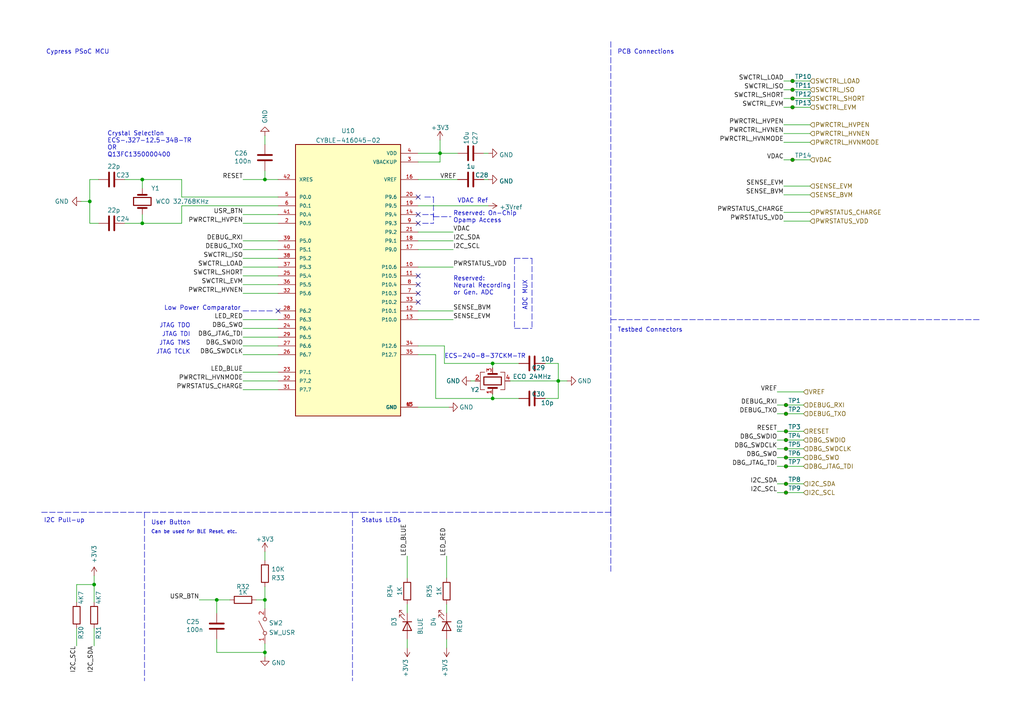
<source format=kicad_sch>
(kicad_sch (version 20211123) (generator eeschema)
  (paper "A4")
  (lib_symbols
    (symbol "CYBLE-416045-02:CYBLE-416045-02" (pin_names (offset 1.016))
      (property "Reference" "U" (at -14.6304 38.735 0))
      (property "Value" "CYBLE-416045-02" (at -15.367 -43.307 0))
      (symbol "CYBLE-416045-02_0_0"
        (rectangle (start -15.24 -40.64) (end 15.24 38.1) (stroke (width 0.254)) (fill (type background)))
        (pin power_in line (at 20.32 -38.1 180) (length 5.08) (name "GND") (number "1"))
        (pin bidirectional line (at 20.32 2.54 180) (length 5.08) (name "P10.6") (number "10"))
        (pin bidirectional line (at 20.32 0 180) (length 5.08) (name "P10.5") (number "11"))
        (pin bidirectional line (at 20.32 -10.16 180) (length 5.08) (name "P10.1") (number "12"))
        (pin bidirectional line (at 20.32 -12.7 180) (length 5.08) (name "P10.0") (number "13"))
        (pin bidirectional line (at 20.32 17.78 180) (length 5.08) (name "P9.4") (number "14"))
        (pin power_in line (at 20.32 -38.1 180) (length 5.08) (name "GND") (number "15"))
        (pin bidirectional line (at 20.32 27.94 180) (length 5.08) (name "VREF") (number "16"))
        (pin bidirectional line (at 20.32 7.62 180) (length 5.08) (name "P9.0") (number "17"))
        (pin bidirectional line (at 20.32 10.16 180) (length 5.08) (name "P9.1") (number "18"))
        (pin bidirectional line (at 20.32 20.32 180) (length 5.08) (name "P9.5") (number "19"))
        (pin bidirectional line (at -20.32 15.24 0) (length 5.08) (name "P0.5") (number "2"))
        (pin bidirectional line (at 20.32 22.86 180) (length 5.08) (name "P9.6") (number "20"))
        (pin bidirectional line (at 20.32 12.7 180) (length 5.08) (name "P9.2") (number "21"))
        (pin bidirectional line (at -20.32 -30.48 0) (length 5.08) (name "P7.2") (number "22"))
        (pin bidirectional line (at -20.32 -27.94 0) (length 5.08) (name "P7.1") (number "23"))
        (pin bidirectional line (at -20.32 -15.24 0) (length 5.08) (name "P6.4") (number "24"))
        (pin bidirectional line (at -20.32 0 0) (length 5.08) (name "P5.4") (number "25"))
        (pin bidirectional line (at -20.32 -22.86 0) (length 5.08) (name "P6.7") (number "26"))
        (pin bidirectional line (at -20.32 -20.32 0) (length 5.08) (name "P6.6") (number "27"))
        (pin bidirectional line (at -20.32 -10.16 0) (length 5.08) (name "P6.2") (number "28"))
        (pin bidirectional line (at -20.32 -17.78 0) (length 5.08) (name "P6.5") (number "29"))
        (pin power_in line (at 20.32 33.02 180) (length 5.08) (name "VBACKUP") (number "3"))
        (pin bidirectional line (at -20.32 -12.7 0) (length 5.08) (name "P6.3") (number "30"))
        (pin bidirectional line (at -20.32 -33.02 0) (length 5.08) (name "P7.7") (number "31"))
        (pin bidirectional line (at -20.32 -5.08 0) (length 5.08) (name "P5.6") (number "32"))
        (pin bidirectional line (at 20.32 -7.62 180) (length 5.08) (name "P10.2") (number "33"))
        (pin bidirectional line (at 20.32 -20.32 180) (length 5.08) (name "P12.6") (number "34"))
        (pin bidirectional line (at 20.32 -22.86 180) (length 5.08) (name "P12.7") (number "35"))
        (pin bidirectional line (at -20.32 -2.54 0) (length 5.08) (name "P5.5") (number "36"))
        (pin bidirectional line (at -20.32 2.54 0) (length 5.08) (name "P5.3") (number "37"))
        (pin bidirectional line (at -20.32 5.08 0) (length 5.08) (name "P5.2") (number "38"))
        (pin bidirectional line (at -20.32 10.16 0) (length 5.08) (name "P5.0") (number "39"))
        (pin power_in line (at 20.32 35.56 180) (length 5.08) (name "VDD") (number "4"))
        (pin bidirectional line (at -20.32 7.62 0) (length 5.08) (name "P5.1") (number "40"))
        (pin bidirectional line (at -20.32 17.78 0) (length 5.08) (name "P0.4") (number "41"))
        (pin input line (at -20.32 27.94 0) (length 5.08) (name "XRES") (number "42"))
        (pin power_in line (at 20.32 -38.1 180) (length 5.08) (name "GND") (number "43"))
        (pin bidirectional line (at -20.32 22.86 0) (length 5.08) (name "P0.0") (number "5"))
        (pin bidirectional line (at -20.32 20.32 0) (length 5.08) (name "P0.1") (number "6"))
        (pin bidirectional line (at 20.32 -5.08 180) (length 5.08) (name "P10.3") (number "7"))
        (pin bidirectional line (at 20.32 -2.54 180) (length 5.08) (name "P10.4") (number "8"))
        (pin bidirectional line (at 20.32 15.24 180) (length 5.08) (name "P9.3") (number "9"))
      )
    )
    (symbol "Connector:TestPoint_Small" (pin_numbers hide) (pin_names (offset 0.762) hide)
      (property "Reference" "TP" (at 0 3.81 0))
      (property "Value" "TestPoint_Small" (at 0 2.032 0))
      (symbol "TestPoint_Small_0_1"
        (circle (center 0 0) (radius 0.508))
      )
      (symbol "TestPoint_Small_1_1"
        (pin passive line (at 0 0 90) (length 0) (name "1") (number "1"))
      )
    )
    (symbol "Custom_Symbols:+3Vref" (power) (pin_names (offset 0))
      (property "Value" "+3Vref" (at 3.2512 -0.381 90))
      (symbol "+3Vref_0_1"
        (polyline (pts (xy -0.762 1.27) (xy 0 2.54)))
        (polyline (pts (xy 0 0) (xy 0 2.54)))
        (polyline (pts (xy 0 2.54) (xy 0.762 1.27)))
      )
      (symbol "+3Vref_1_1"
        (pin power_in line (at 0 0 90) (length 0) hide (name "+3Vref") (number "1"))
      )
    )
    (symbol "Device:C" (pin_numbers hide) (pin_names (offset 0.254))
      (property "Reference" "C" (at 0.635 2.54 0))
      (property "Value" "C" (at 0.635 -2.54 0))
      (symbol "C_0_1"
        (polyline (pts (xy -2.032 -0.762) (xy 2.032 -0.762)) (stroke (width 0.508)))
        (polyline (pts (xy -2.032 0.762) (xy 2.032 0.762)) (stroke (width 0.508)))
      )
      (symbol "C_1_1"
        (pin passive line (at 0 3.81 270) (length 2.794) (name "~") (number "1"))
        (pin passive line (at 0 -3.81 90) (length 2.794) (name "~") (number "2"))
      )
    )
    (symbol "Device:Crystal" (pin_numbers hide) (pin_names (offset 1.016) hide)
      (property "Reference" "Y" (at 0 3.81 0))
      (property "Value" "Crystal" (at 0 -3.81 0))
      (symbol "Crystal_0_1"
        (rectangle (start -1.143 2.54) (end 1.143 -2.54) (stroke (width 0.3048)))
        (polyline (pts (xy -2.54 0) (xy -1.905 0)))
        (polyline (pts (xy -1.905 -1.27) (xy -1.905 1.27)) (stroke (width 0.508)))
        (polyline (pts (xy 1.905 -1.27) (xy 1.905 1.27)) (stroke (width 0.508)))
        (polyline (pts (xy 2.54 0) (xy 1.905 0)))
      )
      (symbol "Crystal_1_1"
        (pin passive line (at -3.81 0 0) (length 1.27) (name "1") (number "1"))
        (pin passive line (at 3.81 0 180) (length 1.27) (name "2") (number "2"))
      )
    )
    (symbol "Device:Crystal_GND24" (pin_names (offset 1.016) hide)
      (property "Reference" "Y" (at 3.175 5.08 0))
      (property "Value" "Crystal_GND24" (at 3.175 3.175 0))
      (symbol "Crystal_GND24_0_1"
        (rectangle (start -1.143 2.54) (end 1.143 -2.54) (stroke (width 0.3048)))
        (polyline (pts (xy -2.54 0) (xy -2.032 0)))
        (polyline (pts (xy -2.032 -1.27) (xy -2.032 1.27)) (stroke (width 0.508)))
        (polyline (pts (xy 0 -3.81) (xy 0 -3.556)))
        (polyline (pts (xy 0 3.556) (xy 0 3.81)))
        (polyline (pts (xy 2.032 -1.27) (xy 2.032 1.27)) (stroke (width 0.508)))
        (polyline (pts (xy 2.032 0) (xy 2.54 0)))
        (polyline (pts (xy -2.54 -2.286) (xy -2.54 -3.556) (xy 2.54 -3.556) (xy 2.54 -2.286)))
        (polyline (pts (xy -2.54 2.286) (xy -2.54 3.556) (xy 2.54 3.556) (xy 2.54 2.286)))
      )
      (symbol "Crystal_GND24_1_1"
        (pin passive line (at -3.81 0 0) (length 1.27) (name "1") (number "1"))
        (pin passive line (at 0 5.08 270) (length 1.27) (name "2") (number "2"))
        (pin passive line (at 3.81 0 180) (length 1.27) (name "3") (number "3"))
        (pin passive line (at 0 -5.08 90) (length 1.27) (name "4") (number "4"))
      )
    )
    (symbol "Device:LED" (pin_numbers hide) (pin_names (offset 1.016) hide)
      (property "Reference" "D" (at 0 2.54 0))
      (property "Value" "LED" (at 0 -2.54 0))
      (symbol "LED_0_1"
        (polyline (pts (xy -1.27 -1.27) (xy -1.27 1.27)) (stroke (width 0.254)))
        (polyline (pts (xy -1.27 0) (xy 1.27 0)))
        (polyline (pts (xy 1.27 -1.27) (xy 1.27 1.27) (xy -1.27 0) (xy 1.27 -1.27)) (stroke (width 0.254)))
        (polyline (pts (xy -3.048 -0.762) (xy -4.572 -2.286) (xy -3.81 -2.286) (xy -4.572 -2.286) (xy -4.572 -1.524)))
        (polyline (pts (xy -1.778 -0.762) (xy -3.302 -2.286) (xy -2.54 -2.286) (xy -3.302 -2.286) (xy -3.302 -1.524)))
      )
      (symbol "LED_1_1"
        (pin passive line (at -3.81 0 0) (length 2.54) (name "K") (number "1"))
        (pin passive line (at 3.81 0 180) (length 2.54) (name "A") (number "2"))
      )
    )
    (symbol "Device:R" (pin_numbers hide) (pin_names (offset 0))
      (property "Reference" "R" (at 2.032 0 90))
      (property "Value" "R" (at 0 0 90))
      (symbol "R_0_1"
        (rectangle (start -1.016 -2.54) (end 1.016 2.54) (stroke (width 0.254)))
      )
      (symbol "R_1_1"
        (pin passive line (at 0 3.81 270) (length 1.27) (name "~") (number "1"))
        (pin passive line (at 0 -3.81 90) (length 1.27) (name "~") (number "2"))
      )
    )
    (symbol "Switch:SW_SPST" (pin_names (offset 0) hide)
      (property "Reference" "SW" (at 0 3.175 0))
      (property "Value" "SW_SPST" (at 0 -2.54 0))
      (symbol "SW_SPST_0_0"
        (circle (center -2.032 0) (radius 0.508))
        (polyline (pts (xy -1.524 0.254) (xy 1.524 1.778)))
        (circle (center 2.032 0) (radius 0.508))
      )
      (symbol "SW_SPST_1_1"
        (pin passive line (at -5.08 0 0) (length 2.54) (name "A") (number "1"))
        (pin passive line (at 5.08 0 180) (length 2.54) (name "B") (number "2"))
      )
    )
    (symbol "power:+3V3" (power) (pin_names (offset 0))
      (property "Value" "+3V3" (at 0 3.556 0))
      (symbol "+3V3_0_1"
        (polyline (pts (xy -0.762 1.27) (xy 0 2.54)))
        (polyline (pts (xy 0 0) (xy 0 2.54)))
        (polyline (pts (xy 0 2.54) (xy 0.762 1.27)))
      )
      (symbol "+3V3_1_1"
        (pin power_in line (at 0 0 90) (length 0) hide (name "+3V3") (number "1"))
      )
    )
    (symbol "power:GND" (power) (pin_names (offset 0))
      (property "Value" "GND" (at 0 -3.81 0))
      (symbol "GND_0_1"
        (polyline (pts (xy 0 0) (xy 0 -1.27) (xy 1.27 -1.27) (xy 0 -2.54) (xy -1.27 -1.27) (xy 0 -1.27)))
      )
      (symbol "GND_1_1"
        (pin power_in line (at 0 0 270) (length 0) hide (name "GND") (number "1"))
      )
    )
  )
  (junction (at 41.275 64.77))
  (junction (at 227.965 117.475))
  (junction (at 227.965 132.715))
  (junction (at 76.835 52.07))
  (junction (at 229.87 26.035))
  (junction (at 142.875 105.41))
  (junction (at 229.87 23.495))
  (junction (at 142.875 115.57))
  (junction (at 161.925 110.49))
  (junction (at 227.965 130.175))
  (junction (at 229.87 31.115))
  (junction (at 229.87 28.575))
  (junction (at 26.035 58.42))
  (junction (at 227.965 120.015))
  (junction (at 76.835 189.23))
  (junction (at 227.965 142.875))
  (junction (at 227.965 140.335))
  (junction (at 62.865 173.99))
  (junction (at 227.965 135.255))
  (junction (at 41.275 52.07))
  (junction (at 76.835 173.99))
  (junction (at 229.87 46.355))
  (junction (at 227.965 125.095))
  (junction (at 27.305 169.545))
  (junction (at 127.635 44.45))
  (junction (at 227.965 127.635))
  (no_connect (at 121.285 57.15))
  (no_connect (at 80.645 90.17))
  (no_connect (at 121.285 62.23))
  (no_connect (at 121.285 64.77))
  (no_connect (at 121.285 87.63))
  (no_connect (at 121.285 80.01))
  (no_connect (at 121.285 85.09))
  (no_connect (at 121.285 82.55))
  (wire (pts (xy 227.965 127.635) (xy 225.425 127.635)))
  (wire (pts (xy 74.295 173.99) (xy 76.835 173.99)))
  (wire (pts (xy 26.035 58.42) (xy 26.035 64.77)))
  (polyline (pts (xy 149.225 74.93) (xy 149.225 95.25)))
  (polyline (pts (xy 12.065 148.59) (xy 41.91 148.59)))
  (wire (pts (xy 70.485 64.77) (xy 80.645 64.77)))
  (wire (pts (xy 147.955 110.49) (xy 161.925 110.49)))
  (wire (pts (xy 150.495 115.57) (xy 142.875 115.57)))
  (wire (pts (xy 52.705 64.77) (xy 41.275 64.77)))
  (wire (pts (xy 27.305 169.545) (xy 22.225 169.545)))
  (wire (pts (xy 129.54 185.42) (xy 129.54 187.96)))
  (wire (pts (xy 121.285 67.31) (xy 131.445 67.31)))
  (wire (pts (xy 158.115 115.57) (xy 161.925 115.57)))
  (wire (pts (xy 76.835 173.99) (xy 76.835 176.53)))
  (wire (pts (xy 70.485 107.95) (xy 80.645 107.95)))
  (wire (pts (xy 126.365 102.87) (xy 121.285 102.87)))
  (wire (pts (xy 36.195 52.07) (xy 41.275 52.07)))
  (wire (pts (xy 161.925 105.41) (xy 161.925 110.49)))
  (wire (pts (xy 70.485 97.79) (xy 80.645 97.79)))
  (wire (pts (xy 234.95 56.515) (xy 227.33 56.515)))
  (wire (pts (xy 229.87 26.035) (xy 234.95 26.035)))
  (wire (pts (xy 233.045 140.335) (xy 227.965 140.335)))
  (wire (pts (xy 27.305 182.245) (xy 27.305 187.325)))
  (wire (pts (xy 70.485 77.47) (xy 80.645 77.47)))
  (wire (pts (xy 57.785 173.99) (xy 62.865 173.99)))
  (wire (pts (xy 229.87 23.495) (xy 234.95 23.495)))
  (wire (pts (xy 70.485 82.55) (xy 80.645 82.55)))
  (wire (pts (xy 76.835 39.37) (xy 76.835 41.91)))
  (wire (pts (xy 22.225 169.545) (xy 22.225 174.625)))
  (wire (pts (xy 121.285 92.71) (xy 131.445 92.71)))
  (wire (pts (xy 26.035 58.42) (xy 23.495 58.42)))
  (wire (pts (xy 234.95 41.275) (xy 227.33 41.275)))
  (wire (pts (xy 76.835 170.18) (xy 76.835 173.99)))
  (wire (pts (xy 227.965 135.255) (xy 225.425 135.255)))
  (wire (pts (xy 234.95 61.595) (xy 227.33 61.595)))
  (wire (pts (xy 70.485 72.39) (xy 80.645 72.39)))
  (wire (pts (xy 26.035 52.07) (xy 26.035 58.42)))
  (wire (pts (xy 22.225 182.245) (xy 22.225 187.325)))
  (wire (pts (xy 127.635 44.45) (xy 127.635 40.64)))
  (wire (pts (xy 36.195 64.77) (xy 41.275 64.77)))
  (wire (pts (xy 136.525 110.49) (xy 137.795 110.49)))
  (wire (pts (xy 234.95 46.355) (xy 229.87 46.355)))
  (wire (pts (xy 227.965 120.015) (xy 225.425 120.015)))
  (wire (pts (xy 233.045 130.175) (xy 227.965 130.175)))
  (wire (pts (xy 127.635 46.99) (xy 127.635 44.45)))
  (polyline (pts (xy 122.555 62.23) (xy 125.73 62.23)))
  (wire (pts (xy 234.95 28.575) (xy 229.87 28.575)))
  (wire (pts (xy 70.485 74.93) (xy 80.645 74.93)))
  (polyline (pts (xy 149.225 95.25) (xy 154.305 95.25)))
  (wire (pts (xy 121.285 72.39) (xy 131.445 72.39)))
  (wire (pts (xy 234.95 38.735) (xy 227.33 38.735)))
  (wire (pts (xy 128.905 105.41) (xy 128.905 100.33)))
  (wire (pts (xy 234.95 53.975) (xy 227.33 53.975)))
  (wire (pts (xy 41.275 64.77) (xy 41.275 62.23)))
  (polyline (pts (xy 123.19 57.15) (xy 125.73 57.15)))
  (wire (pts (xy 227.965 117.475) (xy 225.425 117.475)))
  (wire (pts (xy 126.365 115.57) (xy 126.365 102.87)))
  (wire (pts (xy 121.285 69.85) (xy 131.445 69.85)))
  (wire (pts (xy 234.95 36.195) (xy 227.33 36.195)))
  (wire (pts (xy 140.335 44.45) (xy 141.605 44.45)))
  (wire (pts (xy 121.285 90.17) (xy 131.445 90.17)))
  (wire (pts (xy 118.11 161.29) (xy 118.11 167.64)))
  (wire (pts (xy 121.285 59.69) (xy 141.605 59.69)))
  (polyline (pts (xy 125.73 62.23) (xy 125.73 64.77)))
  (polyline (pts (xy 177.165 148.59) (xy 102.235 148.59)))
  (wire (pts (xy 234.95 64.135) (xy 227.33 64.135)))
  (wire (pts (xy 161.925 110.49) (xy 164.465 110.49)))
  (wire (pts (xy 227.965 140.335) (xy 225.425 140.335)))
  (wire (pts (xy 121.285 46.99) (xy 127.635 46.99)))
  (wire (pts (xy 233.045 120.015) (xy 227.965 120.015)))
  (wire (pts (xy 233.045 117.475) (xy 227.965 117.475)))
  (wire (pts (xy 70.485 113.03) (xy 80.645 113.03)))
  (wire (pts (xy 76.835 160.02) (xy 76.835 162.56)))
  (wire (pts (xy 70.485 52.07) (xy 76.835 52.07)))
  (polyline (pts (xy 41.91 148.59) (xy 41.91 197.485)))
  (wire (pts (xy 121.285 77.47) (xy 131.445 77.47)))
  (wire (pts (xy 70.485 102.87) (xy 80.645 102.87)))
  (wire (pts (xy 121.285 52.07) (xy 132.715 52.07)))
  (wire (pts (xy 227.965 132.715) (xy 225.425 132.715)))
  (wire (pts (xy 234.95 31.115) (xy 229.87 31.115)))
  (wire (pts (xy 233.045 127.635) (xy 227.965 127.635)))
  (wire (pts (xy 28.575 52.07) (xy 26.035 52.07)))
  (wire (pts (xy 70.485 92.71) (xy 80.645 92.71)))
  (wire (pts (xy 121.285 118.11) (xy 130.175 118.11)))
  (wire (pts (xy 233.045 132.715) (xy 227.965 132.715)))
  (wire (pts (xy 233.045 113.665) (xy 225.425 113.665)))
  (wire (pts (xy 227.33 26.035) (xy 229.87 26.035)))
  (wire (pts (xy 28.575 64.77) (xy 26.035 64.77)))
  (wire (pts (xy 118.11 185.42) (xy 118.11 187.96)))
  (wire (pts (xy 227.33 23.495) (xy 229.87 23.495)))
  (wire (pts (xy 62.865 173.99) (xy 62.865 177.8)))
  (wire (pts (xy 118.11 175.26) (xy 118.11 177.8)))
  (wire (pts (xy 142.875 105.41) (xy 128.905 105.41)))
  (polyline (pts (xy 70.485 90.17) (xy 79.375 90.17)))
  (wire (pts (xy 76.835 49.53) (xy 76.835 52.07)))
  (wire (pts (xy 150.495 105.41) (xy 142.875 105.41)))
  (polyline (pts (xy 125.73 57.15) (xy 125.73 62.865)))
  (wire (pts (xy 129.54 175.26) (xy 129.54 177.8)))
  (polyline (pts (xy 102.235 148.59) (xy 102.235 197.485)))
  (polyline (pts (xy 122.555 64.77) (xy 125.73 64.77)))
  (wire (pts (xy 129.54 161.29) (xy 129.54 167.64)))
  (polyline (pts (xy 177.165 12.065) (xy 177.165 148.59)))
  (wire (pts (xy 161.925 110.49) (xy 161.925 115.57)))
  (wire (pts (xy 52.705 59.69) (xy 80.645 59.69)))
  (wire (pts (xy 70.485 62.23) (xy 80.645 62.23)))
  (wire (pts (xy 158.115 105.41) (xy 161.925 105.41)))
  (wire (pts (xy 76.835 52.07) (xy 80.645 52.07)))
  (wire (pts (xy 233.045 135.255) (xy 227.965 135.255)))
  (wire (pts (xy 227.965 125.095) (xy 225.425 125.095)))
  (wire (pts (xy 229.87 31.115) (xy 227.33 31.115)))
  (wire (pts (xy 70.485 80.01) (xy 80.645 80.01)))
  (wire (pts (xy 52.705 57.15) (xy 52.705 52.07)))
  (wire (pts (xy 229.87 46.355) (xy 227.33 46.355)))
  (wire (pts (xy 229.87 28.575) (xy 227.33 28.575)))
  (wire (pts (xy 62.865 185.42) (xy 62.865 189.23)))
  (wire (pts (xy 227.965 142.875) (xy 225.425 142.875)))
  (polyline (pts (xy 154.305 74.93) (xy 154.305 95.25)))
  (wire (pts (xy 128.905 100.33) (xy 121.285 100.33)))
  (wire (pts (xy 76.835 189.23) (xy 76.835 190.5)))
  (wire (pts (xy 121.285 44.45) (xy 127.635 44.45)))
  (wire (pts (xy 70.485 100.33) (xy 80.645 100.33)))
  (wire (pts (xy 142.875 114.3) (xy 142.875 115.57)))
  (wire (pts (xy 233.045 142.875) (xy 227.965 142.875)))
  (polyline (pts (xy 125.73 62.865) (xy 130.81 62.865)))
  (polyline (pts (xy 149.225 74.93) (xy 154.305 74.93)))
  (wire (pts (xy 142.875 115.57) (xy 126.365 115.57)))
  (wire (pts (xy 70.485 69.85) (xy 80.645 69.85)))
  (wire (pts (xy 27.305 167.005) (xy 27.305 169.545)))
  (wire (pts (xy 227.965 130.175) (xy 225.425 130.175)))
  (wire (pts (xy 62.865 173.99) (xy 66.675 173.99)))
  (polyline (pts (xy 177.165 165.735) (xy 177.165 148.59)))
  (wire (pts (xy 76.835 186.69) (xy 76.835 189.23)))
  (wire (pts (xy 142.875 105.41) (xy 142.875 106.68)))
  (wire (pts (xy 70.485 110.49) (xy 80.645 110.49)))
  (wire (pts (xy 41.275 52.07) (xy 41.275 54.61)))
  (wire (pts (xy 27.305 169.545) (xy 27.305 174.625)))
  (wire (pts (xy 70.485 85.09) (xy 80.645 85.09)))
  (wire (pts (xy 52.705 59.69) (xy 52.705 64.77)))
  (polyline (pts (xy 177.165 92.71) (xy 284.48 92.71)))
  (wire (pts (xy 52.705 57.15) (xy 80.645 57.15)))
  (wire (pts (xy 127.635 44.45) (xy 132.715 44.45)))
  (wire (pts (xy 70.485 95.25) (xy 80.645 95.25)))
  (wire (pts (xy 140.335 52.07) (xy 141.605 52.07)))
  (wire (pts (xy 52.705 52.07) (xy 41.275 52.07)))
  (wire (pts (xy 62.865 189.23) (xy 76.835 189.23)))
  (polyline (pts (xy 41.91 148.59) (xy 102.235 148.59)))
  (wire (pts (xy 233.045 125.095) (xy 227.965 125.095)))
  (text "Low Power Comparator" (at 69.85 90.17 180) (effects (font (size 1.27 1.27)) (justify right bottom)))
  (text "JTAG TCLK" (at 55.245 102.87 180) (effects (font (size 1.27 1.27)) (justify right bottom)))
  (text "Reserved: On-Chip\nOpamp Access" (at 131.445 64.77 0) (effects (font (size 1.27 1.27)) (justify left bottom)))
  (text "Can be used for BLE Reset, etc." (at 43.815 154.94 0) (effects (font (size 1 1)) (justify left bottom)))
  (text "Reserved:\nNeural Recording\nor Gen. ADC" (at 131.445 85.725 0) (effects (font (size 1.27 1.27)) (justify left bottom)))
  (text "Crystal Selection\nECS-.327-12.5-34B-TR\nOR\nQ13FC1350000400" (at 31.115 45.72 0) (effects (font (size 1.27 1.27)) (justify left bottom)))
  (text "Testbed Connectors" (at 179.07 96.52 0) (effects (font (size 1.27 1.27)) (justify left bottom)))
  (text "JTAG TDO" (at 55.245 95.25 180) (effects (font (size 1.27 1.27)) (justify right bottom)))
  (text "JTAG TMS" (at 55.245 100.33 180) (effects (font (size 1.27 1.27)) (justify right bottom)))
  (text "ECS-240-8-37CKM-TR" (at 128.905 104.14 0) (effects (font (size 1.27 1.27)) (justify left bottom)))
  (text "I2C Pull-up" (at 12.7 151.765 0) (effects (font (size 1.27 1.27)) (justify left bottom)))
  (text "PCB Connections" (at 179.07 15.875 0) (effects (font (size 1.27 1.27)) (justify left bottom)))
  (text "Cypress PSoC MCU" (at 13.335 15.875 0) (effects (font (size 1.27 1.27)) (justify left bottom)))
  (text "VDAC Ref" (at 141.605 59.055 180) (effects (font (size 1.27 1.27)) (justify right bottom)))
  (text "JTAG TDI" (at 55.245 97.79 180) (effects (font (size 1.27 1.27)) (justify right bottom)))
  (text "ADC MUX" (at 153.035 81.28 270) (effects (font (size 1.27 1.27)) (justify right bottom)))
  (text "User Button" (at 43.815 152.4 0) (effects (font (size 1.27 1.27)) (justify left bottom)))
  (text "Status LEDs" (at 104.775 151.765 0) (effects (font (size 1.27 1.27)) (justify left bottom)))
  (label "I2C_SDA" (at 131.445 69.85 0))
  (label "SENSE_BVM" (at 131.445 90.17 0))
  (label "SWCTRL_SHORT" (at 70.485 80.01 180))
  (label "DBG_SWDIO" (at 70.485 100.33 180))
  (label "PWRCTRL_HVNMODE" (at 227.33 41.275 180))
  (label "RESET" (at 225.425 125.095 180))
  (label "SENSE_EVM" (at 227.33 53.975 180))
  (label "SWCTRL_EVM" (at 70.485 82.55 180))
  (label "LED_RED" (at 129.54 161.29 90))
  (label "PWRCTRL_HVNMODE" (at 70.485 110.49 180))
  (label "RESET" (at 70.485 52.07 180))
  (label "I2C_SCL" (at 22.225 187.325 270))
  (label "SENSE_EVM" (at 131.445 92.71 0))
  (label "LED_BLUE" (at 118.11 161.29 90))
  (label "I2C_SDA" (at 225.425 140.335 180))
  (label "DEBUG_RXI" (at 70.485 69.85 180))
  (label "PWRSTATUS_CHARGE" (at 70.485 113.03 180))
  (label "PWRCTRL_HVPEN" (at 70.485 64.77 180))
  (label "SWCTRL_LOAD" (at 70.485 77.47 180))
  (label "VREF" (at 127.635 52.07 0))
  (label "SWCTRL_LOAD" (at 227.33 23.495 180))
  (label "PWRSTATUS_VDD" (at 131.445 77.47 0))
  (label "DBG_JTAG_TDI" (at 225.425 135.255 180))
  (label "DBG_JTAG_TDI" (at 70.485 97.79 180))
  (label "PWRSTATUS_VDD" (at 227.33 64.135 180))
  (label "PWRCTRL_HVPEN" (at 227.33 36.195 180))
  (label "DEBUG_TXO" (at 225.425 120.015 180))
  (label "DBG_SWO" (at 70.485 95.25 180))
  (label "VREF" (at 225.425 113.665 180))
  (label "SENSE_BVM" (at 227.33 56.515 180))
  (label "USR_BTN" (at 70.485 62.23 180))
  (label "I2C_SCL" (at 225.425 142.875 180))
  (label "SWCTRL_EVM" (at 227.33 31.115 180))
  (label "DBG_SWDIO" (at 225.425 127.635 180))
  (label "LED_BLUE" (at 70.485 107.95 180))
  (label "DBG_SWDCLK" (at 225.425 130.175 180))
  (label "DEBUG_TXO" (at 70.485 72.39 180))
  (label "PWRCTRL_HVNEN" (at 227.33 38.735 180))
  (label "VDAC" (at 227.33 46.355 180))
  (label "USR_BTN" (at 57.785 173.99 180))
  (label "I2C_SCL" (at 131.445 72.39 0))
  (label "DBG_SWO" (at 225.425 132.715 180))
  (label "DBG_SWDCLK" (at 70.485 102.87 180))
  (label "VDAC" (at 131.445 67.31 0))
  (label "I2C_SDA" (at 27.305 187.325 270))
  (label "SWCTRL_ISO" (at 70.485 74.93 180))
  (label "SWCTRL_SHORT" (at 227.33 28.575 180))
  (label "SWCTRL_ISO" (at 227.33 26.035 180))
  (label "DEBUG_RXI" (at 225.425 117.475 180))
  (label "PWRCTRL_HVNEN" (at 70.485 85.09 180))
  (label "LED_RED" (at 70.485 92.71 180))
  (label "PWRSTATUS_CHARGE" (at 227.33 61.595 180))
  (hierarchical_label "RESET" (shape input) (at 233.045 125.095 0))
  (hierarchical_label "PWRCTRL_HVNMODE" (shape input) (at 234.95 41.275 0))
  (hierarchical_label "DEBUG_TXO" (shape input) (at 233.045 120.015 0))
  (hierarchical_label "PWRCTRL_HVNEN" (shape input) (at 234.95 38.735 0))
  (hierarchical_label "SENSE_BVM" (shape input) (at 234.95 56.515 0))
  (hierarchical_label "SENSE_EVM" (shape input) (at 234.95 53.975 0))
  (hierarchical_label "DBG_SWDIO" (shape input) (at 233.045 127.635 0))
  (hierarchical_label "I2C_SCL" (shape input) (at 233.045 142.875 0))
  (hierarchical_label "DBG_JTAG_TDI" (shape input) (at 233.045 135.255 0))
  (hierarchical_label "PWRSTATUS_VDD" (shape input) (at 234.95 64.135 0))
  (hierarchical_label "DEBUG_RXI" (shape input) (at 233.045 117.475 0))
  (hierarchical_label "SWCTRL_LOAD" (shape input) (at 234.95 23.495 0))
  (hierarchical_label "SWCTRL_ISO" (shape input) (at 234.95 26.035 0))
  (hierarchical_label "VDAC" (shape input) (at 234.95 46.355 0))
  (hierarchical_label "DBG_SWDCLK" (shape input) (at 233.045 130.175 0))
  (hierarchical_label "PWRSTATUS_CHARGE" (shape input) (at 234.95 61.595 0))
  (hierarchical_label "VREF" (shape input) (at 233.045 113.665 0))
  (hierarchical_label "I2C_SDA" (shape input) (at 233.045 140.335 0))
  (hierarchical_label "PWRCTRL_HVPEN" (shape input) (at 234.95 36.195 0))
  (hierarchical_label "DBG_SWO" (shape input) (at 233.045 132.715 0))
  (hierarchical_label "SWCTRL_EVM" (shape input) (at 234.95 31.115 0))
  (hierarchical_label "SWCTRL_SHORT" (shape input) (at 234.95 28.575 0))
  (symbol (lib_id "Device:C") (at 76.835 45.72 0) (unit 1)
    (property "Reference" "C26" (at 67.945 44.45 0) (effects (justify left)))
    (property "Value" "100n" (at 67.945 46.7614 0) (effects (justify left)))
    (property "Footprint" "Capacitor_SMD:C_0402_1005Metric" (effects hide))
    (property "LCSC" "C307331" (effects hide))
  )
  (symbol (lib_id "Device:Crystal") (at 41.275 58.42 270) (unit 1)
    (property "Reference" "Y1" (at 43.815 54.61 90) (effects (justify left)))
    (property "Value" "WCO 32.768KHz" (at 45.085 58.42 90) (effects (justify left)))
    (property "Footprint" "Custom_Footprints:Crystal_SMD_3215-2Pin_3.2x1.5mm" (effects hide))
    (property "LCSC" "C32346" (effects hide))
  )
  (symbol (lib_id "Connector:TestPoint_Small") (at 227.965 120.015 0) (unit 1)
    (property "Reference" "TP2" (at 228.6 118.745 0) (effects (justify left)))
    (property "Value" "TestPoint_Small" (effects hide))
    (property "Footprint" "TestPoint:TestPoint_Pad_D1.0mm" (effects hide))
  )
  (symbol (lib_id "Connector:TestPoint_Small") (at 227.965 140.335 0) (unit 1)
    (property "Reference" "TP8" (at 228.6 139.065 0) (effects (justify left)))
    (property "Value" "TestPoint_Small" (effects hide))
    (property "Footprint" "TestPoint:TestPoint_Pad_D1.0mm" (effects hide))
  )
  (symbol (lib_id "Connector:TestPoint_Small") (at 227.965 142.875 0) (unit 1)
    (property "Reference" "TP9" (at 228.6 141.605 0) (effects (justify left)))
    (property "Value" "TestPoint_Small" (effects hide))
    (property "Footprint" "TestPoint:TestPoint_Pad_D1.0mm" (effects hide))
  )
  (symbol (lib_id "power:GND") (at 76.835 190.5 0) (unit 1)
    (property "Reference" "#PWR076" (effects hide))
    (property "Value" "GND" (at 78.74 192.249 0) (effects (justify left)))
  )
  (symbol (lib_id "power:GND") (at 164.465 110.49 90) (unit 1)
    (property "Reference" "#PWR085" (effects hide))
    (property "Value" "GND" (at 169.545 110.49 90))
  )
  (symbol (lib_id "Device:R") (at 70.485 173.99 270) (unit 1)
    (property "Reference" "R32" (at 70.485 170.18 90))
    (property "Value" "1K" (at 70.485 171.7826 90))
    (property "Footprint" "Resistor_SMD:R_0402_1005Metric" (effects hide))
    (property "LCSC" "C11702" (effects hide))
  )
  (symbol (lib_id "Device:C") (at 62.865 181.61 0) (unit 1)
    (property "Reference" "C25" (at 53.975 180.34 0) (effects (justify left)))
    (property "Value" "100n" (at 53.975 182.6514 0) (effects (justify left)))
    (property "Footprint" "Capacitor_SMD:C_0402_1005Metric" (effects hide))
    (property "LCSC" "C307331" (effects hide))
  )
  (symbol (lib_id "power:GND") (at 23.495 58.42 270) (unit 1)
    (property "Reference" "#PWR072" (effects hide))
    (property "Value" "GND" (at 15.875 58.42 90) (effects (justify left)))
  )
  (symbol (lib_id "Device:Crystal_GND24") (at 142.875 110.49 90) (unit 1)
    (property "Reference" "Y2" (at 137.795 113.03 90))
    (property "Value" "ECO 24MHz" (at 154.305 109.22 90))
    (property "Footprint" "Custom_Footprints:Crystal_SMD_2016-4Pin_2.0x1.6mm" (effects hide))
  )
  (symbol (lib_id "power:GND") (at 141.605 52.07 90) (unit 1)
    (property "Reference" "#PWR083" (effects hide))
    (property "Value" "GND" (at 144.78 52.549 90) (effects (justify right)))
  )
  (symbol (lib_id "Connector:TestPoint_Small") (at 227.965 117.475 0) (unit 1)
    (property "Reference" "TP1" (at 228.6 116.205 0) (effects (justify left)))
    (property "Value" "TestPoint_Small" (effects hide))
    (property "Footprint" "TestPoint:TestPoint_Pad_D1.0mm" (effects hide))
  )
  (symbol (lib_id "Connector:TestPoint_Small") (at 229.87 46.355 0) (unit 1)
    (property "Reference" "TP14" (at 230.505 45.085 0) (effects (justify left)))
    (property "Value" "TestPoint_Small" (effects hide))
    (property "Footprint" "TestPoint:TestPoint_Pad_D1.0mm" (effects hide))
  )
  (symbol (lib_id "Switch:SW_SPST") (at 76.835 181.61 90) (unit 1)
    (property "Reference" "SW2" (at 77.978 180.7015 90) (effects (justify right)))
    (property "Value" "SW_USR" (at 77.978 183.4766 90) (effects (justify right)))
    (property "Footprint" "Button_Switch_SMD:SW_SPST_TL3342" (effects hide))
    (property "LCSC" "C318884" (effects hide))
  )
  (symbol (lib_id "Device:R") (at 27.305 178.435 180) (unit 1)
    (property "Reference" "R31" (at 28.575 183.515 90))
    (property "Value" "4K7" (at 28.575 173.355 90))
    (property "Footprint" "Resistor_SMD:R_0402_1005Metric" (effects hide))
    (property "LCSC" "C25900" (effects hide))
  )
  (symbol (lib_id "Connector:TestPoint_Small") (at 227.965 130.175 0) (unit 1)
    (property "Reference" "TP5" (at 228.6 128.905 0) (effects (justify left)))
    (property "Value" "TestPoint_Small" (effects hide))
    (property "Footprint" "TestPoint:TestPoint_Pad_D1.0mm" (effects hide))
  )
  (symbol (lib_id "power:GND") (at 76.835 39.37 180) (unit 1)
    (property "Reference" "#PWR074" (effects hide))
    (property "Value" "GND" (at 76.835 31.75 90) (effects (justify left)))
  )
  (symbol (lib_id "power:+3V3") (at 76.835 160.02 0) (unit 1)
    (property "Reference" "#PWR075" (effects hide))
    (property "Value" "+3V3" (at 76.835 156.4155 0))
  )
  (symbol (lib_id "Connector:TestPoint_Small") (at 229.87 31.115 0) (unit 1)
    (property "Reference" "TP13" (at 230.505 29.845 0) (effects (justify left)))
    (property "Value" "TestPoint_Small" (effects hide))
    (property "Footprint" "TestPoint:TestPoint_Pad_D1.0mm" (effects hide))
  )
  (symbol (lib_id "Connector:TestPoint_Small") (at 227.965 127.635 0) (unit 1)
    (property "Reference" "TP4" (at 228.6 126.365 0) (effects (justify left)))
    (property "Value" "TestPoint_Small" (effects hide))
    (property "Footprint" "TestPoint:TestPoint_Pad_D1.0mm" (effects hide))
  )
  (symbol (lib_id "power:+3V3") (at 129.54 187.96 180) (unit 1)
    (property "Reference" "#PWR079" (effects hide))
    (property "Value" "+3V3" (at 129.061 191.135 90) (effects (justify left)))
  )
  (symbol (lib_id "Device:R") (at 129.54 171.45 0) (unit 1)
    (property "Reference" "R35" (at 124.5575 171.45 90))
    (property "Value" "1K" (at 127.3326 171.45 90))
    (property "Footprint" "Resistor_SMD:R_0402_1005Metric" (effects hide))
    (property "LCSC" "C11702" (effects hide))
  )
  (symbol (lib_id "Device:C") (at 32.385 52.07 270) (unit 1)
    (property "Reference" "C23" (at 33.655 50.8 90) (effects (justify left)))
    (property "Value" "22p" (at 31.115 48.26 90) (effects (justify left)))
    (property "Footprint" "Capacitor_SMD:C_0402_1005Metric" (effects hide))
    (property "LCSC" "C1555" (effects hide))
  )
  (symbol (lib_id "power:GND") (at 136.525 110.49 270) (unit 1)
    (property "Reference" "#PWR081" (effects hide))
    (property "Value" "GND" (at 131.445 110.49 90))
  )
  (symbol (lib_id "Connector:TestPoint_Small") (at 229.87 26.035 0) (unit 1)
    (property "Reference" "TP11" (at 230.505 24.765 0) (effects (justify left)))
    (property "Value" "TestPoint_Small" (effects hide))
    (property "Footprint" "TestPoint:TestPoint_Pad_D1.0mm" (effects hide))
  )
  (symbol (lib_id "power:+3V3") (at 27.305 167.005 0) (unit 1)
    (property "Reference" "#PWR073" (effects hide))
    (property "Value" "+3V3" (at 27.305 158.115 90) (effects (justify right)))
  )
  (symbol (lib_id "Device:C") (at 136.525 44.45 270) (unit 1)
    (property "Reference" "C27" (at 137.795 38.1 0) (effects (justify left)))
    (property "Value" "10u" (at 135.255 38.1 0) (effects (justify left)))
    (property "Footprint" "Capacitor_SMD:C_0805_2012Metric" (effects hide))
    (property "LCSC" "C440198" (effects hide))
  )
  (symbol (lib_id "Device:R") (at 22.225 178.435 180) (unit 1)
    (property "Reference" "R30" (at 23.495 183.515 90))
    (property "Value" "4K7" (at 23.495 173.355 90))
    (property "Footprint" "Resistor_SMD:R_0402_1005Metric" (effects hide))
    (property "LCSC" "C25900" (effects hide))
  )
  (symbol (lib_id "Device:LED") (at 129.54 181.61 270) (unit 1)
    (property "Reference" "D4" (at 125.73 180.34 0))
    (property "Value" "RED" (at 133.35 181.61 0))
    (property "Footprint" "LED_SMD:LED_0603_1608Metric" (effects hide))
    (property "LCSC" "C2286" (effects hide))
  )
  (symbol (lib_id "Device:C") (at 32.385 64.77 270) (unit 1)
    (property "Reference" "C24" (at 33.655 63.5 90) (effects (justify left)))
    (property "Value" "22p" (at 31.115 60.96 90) (effects (justify left)))
    (property "Footprint" "Capacitor_SMD:C_0402_1005Metric" (effects hide))
    (property "LCSC" "C1555" (effects hide))
  )
  (symbol (lib_id "power:+3V3") (at 118.11 187.96 180) (unit 1)
    (property "Reference" "#PWR077" (effects hide))
    (property "Value" "+3V3" (at 117.631 191.135 90) (effects (justify left)))
  )
  (symbol (lib_id "Device:C") (at 154.305 115.57 90) (unit 1)
    (property "Reference" "C30" (at 158.115 114.3 90) (effects (justify left)))
    (property "Value" "10p" (at 160.655 116.84 90) (effects (justify left)))
    (property "Footprint" "Capacitor_SMD:C_0402_1005Metric" (effects hide))
    (property "LCSC" "C32949" (effects hide))
  )
  (symbol (lib_id "Connector:TestPoint_Small") (at 227.965 135.255 0) (unit 1)
    (property "Reference" "TP7" (at 228.6 133.985 0) (effects (justify left)))
    (property "Value" "TestPoint_Small" (effects hide))
    (property "Footprint" "TestPoint:TestPoint_Pad_D1.0mm" (effects hide))
  )
  (symbol (lib_id "CYBLE-416045-02:CYBLE-416045-02") (at 100.965 80.01 0) (unit 1)
    (property "Reference" "U10" (at 100.965 37.9435 0))
    (property "Value" "CYBLE-416045-02" (at 100.965 40.7186 0))
    (property "Footprint" "CYBLE-416045-02:XCVR_CYBLE-416045-02" (effects hide))
    (property "PARTREV" "A" (effects hide))
    (property "STANDARD" "Manufacturer Recommendations" (effects hide))
    (property "MAXIMUM_PACKAGE_HEIGHT" "2.0mm" (effects hide))
    (property "MANUFACTURER" "CYPRESS" (effects hide))
  )
  (symbol (lib_id "Device:C") (at 136.525 52.07 270) (unit 1)
    (property "Reference" "C28" (at 137.795 50.8 90) (effects (justify left)))
    (property "Value" "1u" (at 135.255 48.26 90) (effects (justify left)))
    (property "Footprint" "Capacitor_SMD:C_0805_2012Metric" (effects hide))
    (property "LCSC" "C28323" (effects hide))
  )
  (symbol (lib_id "power:GND") (at 141.605 44.45 90) (unit 1)
    (property "Reference" "#PWR082" (effects hide))
    (property "Value" "GND" (at 144.78 44.929 90) (effects (justify right)))
  )
  (symbol (lib_id "Device:R") (at 118.11 171.45 0) (unit 1)
    (property "Reference" "R34" (at 113.1275 171.45 90))
    (property "Value" "1K" (at 115.9026 171.45 90))
    (property "Footprint" "Resistor_SMD:R_0402_1005Metric" (effects hide))
    (property "LCSC" "C11702" (effects hide))
  )
  (symbol (lib_id "Device:LED") (at 118.11 181.61 270) (unit 1)
    (property "Reference" "D3" (at 114.3 180.34 0))
    (property "Value" "BLUE" (at 121.92 181.61 0))
    (property "Footprint" "LED_SMD:LED_0603_1608Metric" (effects hide))
    (property "LCSC" "C72041" (effects hide))
  )
  (symbol (lib_id "power:GND") (at 130.175 118.11 90) (unit 1)
    (property "Reference" "#PWR080" (effects hide))
    (property "Value" "GND" (at 135.255 118.11 90))
  )
  (symbol (lib_id "Connector:TestPoint_Small") (at 229.87 28.575 0) (unit 1)
    (property "Reference" "TP12" (at 230.505 27.305 0) (effects (justify left)))
    (property "Value" "TestPoint_Small" (effects hide))
    (property "Footprint" "TestPoint:TestPoint_Pad_D1.0mm" (effects hide))
  )
  (symbol (lib_id "Connector:TestPoint_Small") (at 229.87 23.495 0) (unit 1)
    (property "Reference" "TP10" (at 230.505 22.225 0) (effects (justify left)))
    (property "Value" "TestPoint_Small" (effects hide))
    (property "Footprint" "TestPoint:TestPoint_Pad_D1.0mm" (effects hide))
  )
  (symbol (lib_id "power:+3V3") (at 127.635 40.64 0) (unit 1)
    (property "Reference" "#PWR078" (effects hide))
    (property "Value" "+3V3" (at 127.635 37.0355 0))
  )
  (symbol (lib_id "Connector:TestPoint_Small") (at 227.965 125.095 0) (unit 1)
    (property "Reference" "TP3" (at 228.6 123.825 0) (effects (justify left)))
    (property "Value" "TestPoint_Small" (effects hide))
    (property "Footprint" "TestPoint:TestPoint_Pad_D1.0mm" (effects hide))
  )
  (symbol (lib_id "Device:R") (at 76.835 166.37 180) (unit 1)
    (property "Reference" "R33" (at 80.645 167.64 0))
    (property "Value" "10K" (at 80.645 165.1 0))
    (property "Footprint" "Resistor_SMD:R_0402_1005Metric" (effects hide))
    (property "LCSC" "C25744" (effects hide))
  )
  (symbol (lib_id "Connector:TestPoint_Small") (at 227.965 132.715 0) (unit 1)
    (property "Reference" "TP6" (at 228.6 131.445 0) (effects (justify left)))
    (property "Value" "TestPoint_Small" (effects hide))
    (property "Footprint" "TestPoint:TestPoint_Pad_D1.0mm" (effects hide))
  )
  (symbol (lib_id "Device:C") (at 154.305 105.41 90) (unit 1)
    (property "Reference" "C29" (at 158.115 106.68 90) (effects (justify left)))
    (property "Value" "10p" (at 160.655 104.14 90) (effects (justify left)))
    (property "Footprint" "Capacitor_SMD:C_0402_1005Metric" (effects hide))
    (property "LCSC" "C32949" (effects hide))
  )
  (symbol (lib_id "Custom_Symbols:+3Vref") (at 141.605 59.69 270) (unit 1)
    (property "Reference" "#PWR084" (effects hide))
    (property "Value" "+3Vref" (at 144.8562 60.071 90) (effects (justify left)))
  )
)
</source>
